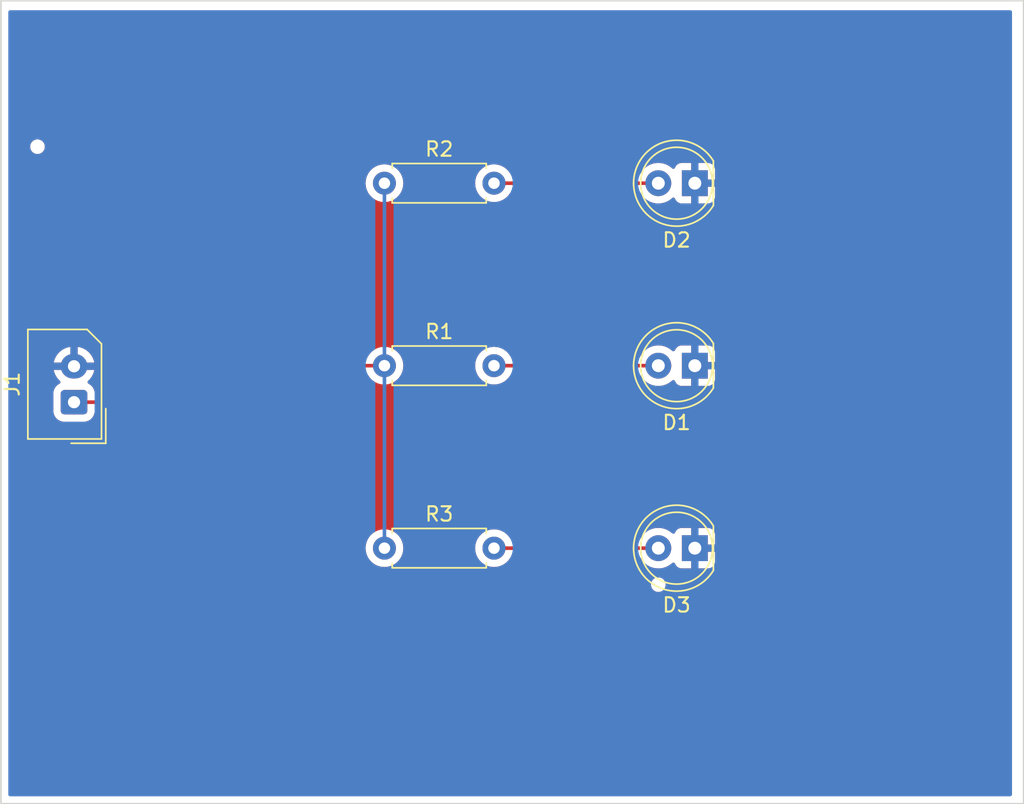
<source format=kicad_pcb>
(kicad_pcb (version 20211014) (generator pcbnew)
  (layers (0 "F.Cu" signal) (31 "B.Cu" signal) (34 "B.Paste" user) (35 "F.Paste" user) (36 "B.SilkS" user "B.Silkscreen") (37 "F.SilkS" user "F.Silkscreen") (38 "B.Mask" user) (39 "F.Mask" user) (44 "Edge.Cuts" user))
  (net 0 "")
  (net 1 "GND")
  (net 2 "Net-(D1-Pad2)")
  (net 3 "Net-(D2-Pad2)")
  (net 4 "Net-(D3-Pad2)")
  (net 5 "+5V")
  (footprint "Resistor_THT:R_Axial_DIN0207_L6.3mm_D2.5mm_P7.62mm_Horizontal" (layer "F.Cu") (at 133.35 66.04)
    (fp_text reference "R2" (at 3.81 -2.37) (layer "F.SilkS"))
    (fp_text value "220")
    (fp_line (start 0.54 -1.04) (end 0.54 -1.37) (layer "F.SilkS") (width 0.12))
    (fp_line (start 7.08 1.37) (end 7.08 1.04) (layer "F.SilkS") (width 0.12))
    (fp_line (start 7.08 -1.37) (end 7.08 -1.04) (layer "F.SilkS") (width 0.12))
    (fp_line (start 0.54 1.37) (end 7.08 1.37) (layer "F.SilkS") (width 0.12))
    (fp_line (start 0.54 -1.37) (end 7.08 -1.37) (layer "F.SilkS") (width 0.12))
    (fp_line (start 0.54 1.04) (end 0.54 1.37) (layer "F.SilkS") (width 0.12))
    (pad "1" thru_hole circle (at 0 0) (size 1.6 1.6) (drill 0.8) (layers *.Cu *.Mask) (net 5 "+5V"))
    (pad "2" thru_hole oval (at 7.62 0) (size 1.6 1.6) (drill 0.8) (layers *.Cu *.Mask) (net 3 "Net-(D2-Pad2)"))
  )
  (footprint "Resistor_THT:R_Axial_DIN0207_L6.3mm_D2.5mm_P7.62mm_Horizontal" (layer "F.Cu") (at 133.35 78.74)
    (fp_text reference "R1" (at 3.81 -2.37) (layer "F.SilkS"))
    (fp_text value "220")
    (fp_line (start 0.54 -1.37) (end 7.08 -1.37) (layer "F.SilkS") (width 0.12))
    (fp_line (start 7.08 1.37) (end 7.08 1.04) (layer "F.SilkS") (width 0.12))
    (fp_line (start 0.54 -1.04) (end 0.54 -1.37) (layer "F.SilkS") (width 0.12))
    (fp_line (start 0.54 1.37) (end 7.08 1.37) (layer "F.SilkS") (width 0.12))
    (fp_line (start 7.08 -1.37) (end 7.08 -1.04) (layer "F.SilkS") (width 0.12))
    (fp_line (start 0.54 1.04) (end 0.54 1.37) (layer "F.SilkS") (width 0.12))
    (pad "1" thru_hole circle (at 0 0) (size 1.6 1.6) (drill 0.8) (layers *.Cu *.Mask) (net 5 "+5V"))
    (pad "2" thru_hole oval (at 7.62 0) (size 1.6 1.6) (drill 0.8) (layers *.Cu *.Mask) (net 2 "Net-(D1-Pad2)"))
  )
  (footprint "LED_THT:LED_D5.0mm" (layer "F.Cu") (at 154.94 78.74 180)
    (fp_text reference "D1" (at 1.27 -3.96) (layer "F.SilkS"))
    (fp_text value "LED")
    (fp_line (start -1.29 -1.545) (end -1.29 1.545) (layer "F.SilkS") (width 0.12))
    (fp_arc (start -1.29 -1.54483) (mid 2.072002 -2.880433) (end 4.26 0.000462) (layer "F.SilkS") (width 0.12))
    (fp_arc (start 4.26 -0.000462) (mid 2.072002 2.880433) (end -1.29 1.54483) (layer "F.SilkS") (width 0.12))
    (fp_circle (center 1.27 0) (end 3.77 0) (layer "F.SilkS") (width 0.12) (fill none))
    (pad "1" thru_hole rect (at 0 0 180) (size 1.8 1.8) (drill 0.9) (layers *.Cu *.Mask) (net 1 "GND"))
    (pad "2" thru_hole circle (at 2.54 0 180) (size 1.8 1.8) (drill 0.9) (layers *.Cu *.Mask) (net 2 "Net-(D1-Pad2)"))
  )
  (footprint "LED_THT:LED_D5.0mm" (layer "F.Cu") (at 154.94 91.44 180)
    (fp_text reference "D3" (at 1.27 -3.96) (layer "F.SilkS"))
    (fp_text value "LED")
    (fp_line (start -1.29 -1.545) (end -1.29 1.545) (layer "F.SilkS") (width 0.12))
    (fp_arc (start 4.26 -0.000462) (mid 2.072002 2.880433) (end -1.29 1.54483) (layer "F.SilkS") (width 0.12))
    (fp_arc (start -1.29 -1.54483) (mid 2.072002 -2.880433) (end 4.26 0.000462) (layer "F.SilkS") (width 0.12))
    (fp_circle (center 1.27 0) (end 3.77 0) (layer "F.SilkS") (width 0.12) (fill none))
    (pad "1" thru_hole rect (at 0 0 180) (size 1.8 1.8) (drill 0.9) (layers *.Cu *.Mask) (net 1 "GND"))
    (pad "2" thru_hole circle (at 2.54 0 180) (size 1.8 1.8) (drill 0.9) (layers *.Cu *.Mask) (net 4 "Net-(D3-Pad2)"))
  )
  (footprint "Resistor_THT:R_Axial_DIN0207_L6.3mm_D2.5mm_P7.62mm_Horizontal" (layer "F.Cu") (at 133.35 91.44)
    (fp_text reference "R3" (at 3.81 -2.37) (layer "F.SilkS"))
    (fp_text value "220")
    (fp_line (start 7.08 -1.37) (end 7.08 -1.04) (layer "F.SilkS") (width 0.12))
    (fp_line (start 0.54 -1.04) (end 0.54 -1.37) (layer "F.SilkS") (width 0.12))
    (fp_line (start 0.54 1.37) (end 7.08 1.37) (layer "F.SilkS") (width 0.12))
    (fp_line (start 0.54 1.04) (end 0.54 1.37) (layer "F.SilkS") (width 0.12))
    (fp_line (start 7.08 1.37) (end 7.08 1.04) (layer "F.SilkS") (width 0.12))
    (fp_line (start 0.54 -1.37) (end 7.08 -1.37) (layer "F.SilkS") (width 0.12))
    (pad "1" thru_hole circle (at 0 0) (size 1.6 1.6) (drill 0.8) (layers *.Cu *.Mask) (net 5 "+5V"))
    (pad "2" thru_hole oval (at 7.62 0) (size 1.6 1.6) (drill 0.8) (layers *.Cu *.Mask) (net 4 "Net-(D3-Pad2)"))
  )
  (footprint "Connector_Molex:Molex_SPOX_5267-02A_1x02_P2.50mm_Vertical" (layer "F.Cu") (at 111.76 81.28 90)
    (fp_text reference "J1" (at 1.25 -4.3 90) (layer "F.SilkS"))
    (fp_text value "BAT")
    (fp_line (start 4.06 1.91) (end 5.06 0.91) (layer "F.SilkS") (width 0.12))
    (fp_line (start 5.06 0.91) (end 5.06 -3.21) (layer "F.SilkS") (width 0.12))
    (fp_line (start -2.86 2.21) (end -0.45 2.21) (layer "F.SilkS") (width 0.12))
    (fp_line (start -2.56 -3.21) (end -2.56 1.91) (layer "F.SilkS") (width 0.12))
    (fp_line (start -2.56 1.91) (end 4.06 1.91) (layer "F.SilkS") (width 0.12))
    (fp_line (start -2.86 -0.2) (end -2.86 2.21) (layer "F.SilkS") (width 0.12))
    (fp_line (start 5.06 -3.21) (end -2.56 -3.21) (layer "F.SilkS") (width 0.12))
    (pad "1" thru_hole roundrect (at 0 0 90) (size 1.7 1.85) (drill 0.85) (layers *.Cu *.Mask) (roundrect_rratio 0.147059) (net 5 "+5V"))
    (pad "2" thru_hole oval (at 2.5 0 90) (size 1.7 1.85) (drill 0.85) (layers *.Cu *.Mask) (net 1 "GND"))
  )
  (footprint "LED_THT:LED_D5.0mm" (layer "F.Cu") (at 154.94 66.04 180)
    (fp_text reference "D2" (at 1.27 -3.96) (layer "F.SilkS"))
    (fp_text value "LED")
    (fp_line (start -1.29 -1.545) (end -1.29 1.545) (layer "F.SilkS") (width 0.12))
    (fp_arc (start 4.26 -0.000462) (mid 2.072002 2.880433) (end -1.29 1.54483) (layer "F.SilkS") (width 0.12))
    (fp_arc (start -1.29 -1.54483) (mid 2.072002 -2.880433) (end 4.26 0.000462) (layer "F.SilkS") (width 0.12))
    (fp_circle (center 1.27 0) (end 3.77 0) (layer "F.SilkS") (width 0.12) (fill none))
    (pad "1" thru_hole rect (at 0 0 180) (size 1.8 1.8) (drill 0.9) (layers *.Cu *.Mask) (net 1 "GND"))
    (pad "2" thru_hole circle (at 2.54 0 180) (size 1.8 1.8) (drill 0.9) (layers *.Cu *.Mask) (net 3 "Net-(D2-Pad2)"))
  )
  (gr_rect (start 106.68 53.34) (end 177.8 109.22) (layer "Edge.Cuts") (width 0.1) (fill none))
  (gr_rect (start 152.4 93.98) (end 152.4 93.98) (layer "Edge.Cuts") (width 0.1) (fill none))
  (segment (start 140.97 78.74) (end 152.4 78.74) (width 0.25) (layer "F.Cu") (net 2))
  (segment (start 140.97 66.04) (end 152.4 66.04) (width 0.25) (layer "F.Cu") (net 3))
  (segment (start 140.97 91.44) (end 152.4 91.44) (width 0.25) (layer "F.Cu") (net 4))
  (segment (start 116.84 81.28) (end 119.38 78.74) (width 0.25) (layer "F.Cu") (net 5))
  (segment (start 111.76 81.28) (end 116.84 81.28) (width 0.25) (layer "F.Cu") (net 5))
  (segment (start 119.38 78.74) (end 133.35 78.74) (width 0.25) (layer "F.Cu") (net 5))
  (segment (start 133.218198 78.608198) (end 133.35 78.74) (width 0.25) (layer "F.Cu") (net 5))
  (segment (start 133.35 78.74) (end 133.35 91.44) (width 0.25) (layer "B.Cu") (net 5))
  (segment (start 133.35 66.04) (end 133.35 78.74) (width 0.25) (layer "B.Cu") (net 5))
  (zone (net 1) (net_name "GND") (layer "F.Cu") (connect_pads (clearance 0.508)) (min_thickness 0.254) (fill yes (thermal_gap 0.508) (thermal_bridge_width 0.508))
    (polygon (pts (xy 164.98263 100.000604) (xy 107.48263 100) (xy 108 56) (xy 165.5 56)))
  )
  (zone (net 1) (net_name "GND") (layer "B.Cu") (connect_pads (clearance 0.508)) (min_thickness 0.254) (fill yes (thermal_gap 0.508) (thermal_bridge_width 0.508))
    (polygon (pts (xy 177 109) (xy 107 109) (xy 107 54) (xy 177 54)))
  )
)
</source>
